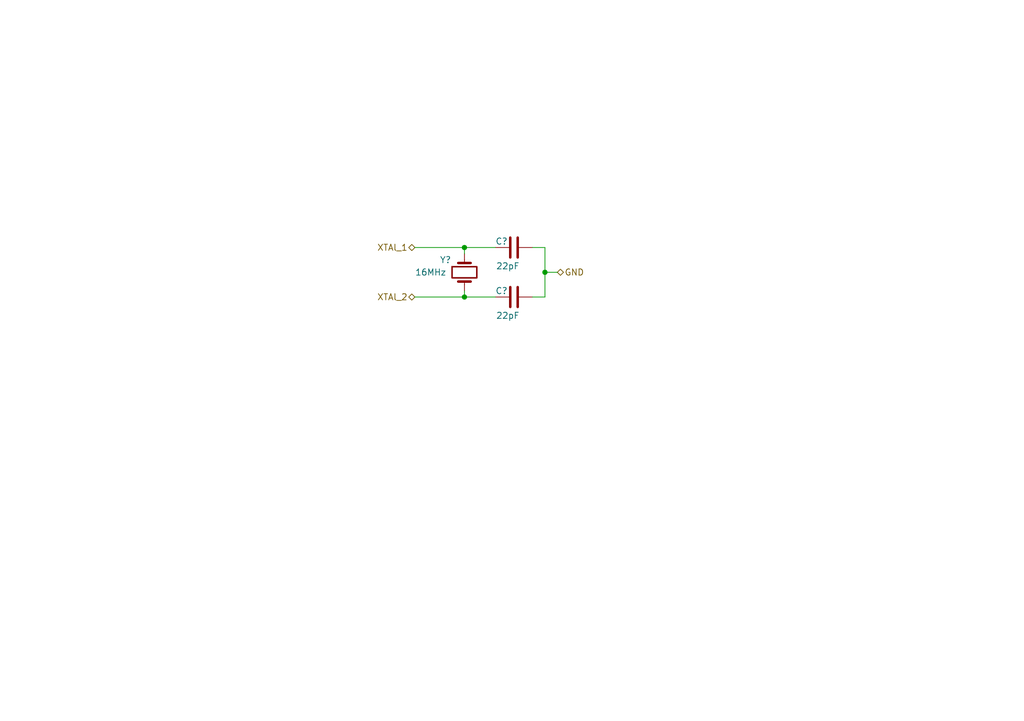
<source format=kicad_sch>
(kicad_sch (version 20231120) (generator "eeschema") (generator_version "8.0")
  (paper "A5")
  (title_block (title "MCU Crystal oscillator") (date "2024-04-17") (rev "1.0"))
  (lib_symbols
    (symbol "Device:C" (pin_numbers hide) (pin_names (offset 0.254))
      (property "Reference" "C" (at 0.635 2.54 0))
      (property "Value" "C" (at 0.635 -2.54 0))
      (symbol "C_0_1"
        (polyline (pts (xy -2.032 -0.762) (xy 2.032 -0.762)) (stroke (width 0.508)))
        (polyline (pts (xy -2.032 0.762) (xy 2.032 0.762)) (stroke (width 0.508)))
      )
      (symbol "C_1_1"
        (pin passive line (at 0 3.81 270) (length 2.794) (name "~") (number "1"))
        (pin passive line (at 0 -3.81 90) (length 2.794) (name "~") (number "2"))
      )
    )
    (symbol "Device:Crystal" (pin_numbers hide) (pin_names (offset 1.016) hide)
      (property "Reference" "Y" (at 0 3.81 0))
      (property "Value" "Crystal" (at 0 -3.81 0))
      (symbol "Crystal_0_1"
        (rectangle (start -1.143 2.54) (end 1.143 -2.54) (stroke (width 0.3048)))
        (polyline (pts (xy -2.54 0) (xy -1.905 0)))
        (polyline (pts (xy -1.905 -1.27) (xy -1.905 1.27)) (stroke (width 0.508)))
        (polyline (pts (xy 1.905 -1.27) (xy 1.905 1.27)) (stroke (width 0.508)))
        (polyline (pts (xy 2.54 0) (xy 1.905 0)))
      )
      (symbol "Crystal_1_1"
        (pin passive line (at -3.81 0 0) (length 1.27) (name "1") (number "1"))
        (pin passive line (at 3.81 0 180) (length 1.27) (name "2") (number "2"))
      )
    )
  )
  (junction (at 95.25 50.8))
  (junction (at 111.76 55.88))
  (junction (at 95.25 60.96))
  (wire (pts (xy 109.22 60.96) (xy 111.76 60.96)))
  (wire (pts (xy 111.76 55.88) (xy 114.3 55.88)))
  (wire (pts (xy 95.25 50.8) (xy 95.25 52.07)))
  (wire (pts (xy 85.09 60.96) (xy 95.25 60.96)))
  (wire (pts (xy 111.76 50.8) (xy 111.76 55.88)))
  (wire (pts (xy 95.25 60.96) (xy 101.6 60.96)))
  (wire (pts (xy 95.25 59.69) (xy 95.25 60.96)))
  (wire (pts (xy 109.22 50.8) (xy 111.76 50.8)))
  (wire (pts (xy 85.09 50.8) (xy 95.25 50.8)))
  (wire (pts (xy 111.76 55.88) (xy 111.76 60.96)))
  (wire (pts (xy 101.6 50.8) (xy 95.25 50.8)))
  (hierarchical_label "XTAl_1" (shape bidirectional) (at 85.09 50.8 180))
  (hierarchical_label "GND" (shape bidirectional) (at 114.3 55.88 0))
  (hierarchical_label "XTAl_2" (shape bidirectional) (at 85.09 60.96 180))
  (symbol (lib_id "Device:C") (at 105.41 50.8 270) (unit 1)
    (property "Reference" "C?" (at 102.87 49.53 90))
    (property "Value" "22pF" (at 104.14 54.61 90))
    (property "Footprint" "Capacitor_SMD:C_0603_1608Metric" (effects (hide yes)))
  )
  (symbol (lib_id "Device:C") (at 105.41 60.96 270) (unit 1)
    (property "Reference" "C?" (at 102.87 59.69 90))
    (property "Value" "22pF" (at 104.14 64.77 90))
    (property "Footprint" "Capacitor_SMD:C_0603_1608Metric" (effects (hide yes)))
  )
  (symbol (lib_id "Device:Crystal") (at 95.25 55.88 90) (unit 1) (exclude_from_sim yes)
    (property "Reference" "Y?" (at 90.17 53.34 90) (effects (justify right)))
    (property "Value" "16MHz" (at 85.09 55.88 90) (effects (justify right)))
    (property "Footprint" "Crystal:Crystal_SMD_HC49-SD" (effects (hide yes)))
  )
)
</source>
